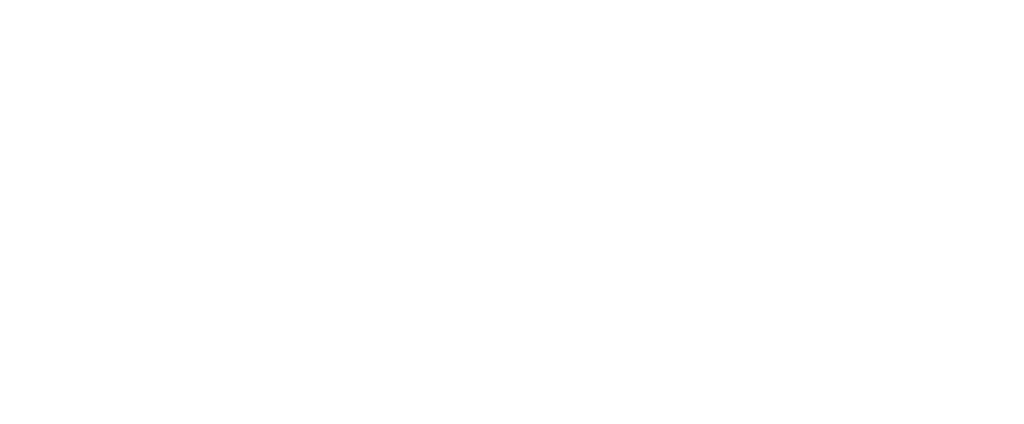
<source format=kicad_pcb>
(kicad_pcb (version 20211014) (generator pcbnew)
  (layers (0 "F.Cu" signal) (31 "B.Cu" signal) (34 "B.Paste" user) (35 "F.Paste" user) (36 "B.SilkS" user "B.Silkscreen") (37 "F.SilkS" user "F.Silkscreen") (38 "B.Mask" user) (39 "F.Mask" user) (44 "Edge.Cuts" user))
  (net 0 "")
  (footprint "LOGO" (layer "F.Cu") (at 0 0)
    (fp_text reference "G***" hide)
    (fp_text value "LOGO" hide)
  )
  (footprint "LOGO" (layer "F.Cu") (at 0 0)
    (fp_text reference "G***" hide)
    (fp_text value "LOGO" hide)
  )
  (footprint "LOGO" (layer "F.Cu") (at 0 0)
    (fp_text reference "G***" hide)
    (fp_text value "LOGO" hide)
  )
  (footprint "LOGO" (layer "F.Cu") (at 0 0)
    (fp_text reference "G***" hide)
    (fp_text value "LOGO" hide)
  )
  (footprint "LOGO" (layer "F.Cu") (at 0 0)
    (fp_text reference "G***" hide)
    (fp_text value "LOGO" hide)
  )
  (footprint "LOGO" (layer "F.Cu") (at 0 0)
    (fp_text reference "G***" hide)
    (fp_text value "LOGO" hide)
  )
  (footprint "LOGO" (layer "F.Cu") (at 0 0)
    (fp_text reference "G***" hide)
    (fp_text value "LOGO" hide)
  )
)
</source>
